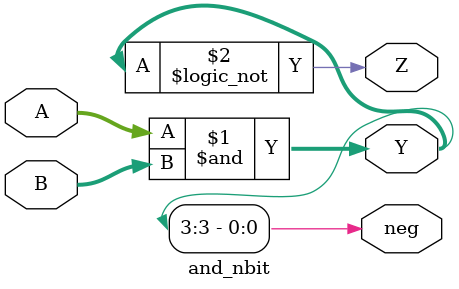
<source format=sv>
module and_nbit #(parameter N = 4) (
    input logic [N-1:0] A, B,
    output logic [N-1:0] Y,
    output logic Z, neg
);
    assign Y = A & B;
    assign Z = (Y == 0);
    assign neg = Y[N-1];
endmodule

</source>
